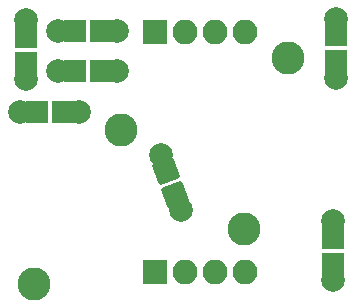
<source format=gbr>
%TF.GenerationSoftware,KiCad,Pcbnew,(6.0.11)*%
%TF.CreationDate,2023-03-05T11:31:22-06:00*%
%TF.ProjectId,SerialResonantFilter,53657269-616c-4526-9573-6f6e616e7446,rev?*%
%TF.SameCoordinates,Original*%
%TF.FileFunction,Soldermask,Top*%
%TF.FilePolarity,Negative*%
%FSLAX46Y46*%
G04 Gerber Fmt 4.6, Leading zero omitted, Abs format (unit mm)*
G04 Created by KiCad (PCBNEW (6.0.11)) date 2023-03-05 11:31:22*
%MOMM*%
%LPD*%
G01*
G04 APERTURE LIST*
G04 Aperture macros list*
%AMRoundRect*
0 Rectangle with rounded corners*
0 $1 Rounding radius*
0 $2 $3 $4 $5 $6 $7 $8 $9 X,Y pos of 4 corners*
0 Add a 4 corners polygon primitive as box body*
4,1,4,$2,$3,$4,$5,$6,$7,$8,$9,$2,$3,0*
0 Add four circle primitives for the rounded corners*
1,1,$1+$1,$2,$3*
1,1,$1+$1,$4,$5*
1,1,$1+$1,$6,$7*
1,1,$1+$1,$8,$9*
0 Add four rect primitives between the rounded corners*
20,1,$1+$1,$2,$3,$4,$5,0*
20,1,$1+$1,$4,$5,$6,$7,0*
20,1,$1+$1,$6,$7,$8,$9,0*
20,1,$1+$1,$8,$9,$2,$3,0*%
G04 Aperture macros list end*
%ADD10C,2.000000*%
%ADD11RoundRect,0.200000X-0.762000X0.762000X-0.762000X-0.762000X0.762000X-0.762000X0.762000X0.762000X0*%
%ADD12RoundRect,0.200000X0.762000X0.762000X-0.762000X0.762000X-0.762000X-0.762000X0.762000X-0.762000X0*%
%ADD13RoundRect,0.200000X-0.976665X0.455426X-0.455426X-0.976665X0.976665X-0.455426X0.455426X0.976665X0*%
%ADD14C,2.800000*%
%ADD15RoundRect,0.200000X0.850000X-0.850000X0.850000X0.850000X-0.850000X0.850000X-0.850000X-0.850000X0*%
%ADD16O,2.100000X2.100000*%
G04 APERTURE END LIST*
D10*
%TO.C,C1*%
X147940000Y-90330000D03*
D11*
X147940000Y-91730000D03*
D10*
X147940000Y-95330000D03*
D11*
X147940000Y-93930000D03*
%TD*%
D10*
%TO.C,C2*%
X129400000Y-91360000D03*
D12*
X128000000Y-91360000D03*
D10*
X124400000Y-91360000D03*
D12*
X125800000Y-91360000D03*
%TD*%
D10*
%TO.C,C3*%
X129420000Y-94720000D03*
D12*
X128020000Y-94720000D03*
D10*
X124420000Y-94720000D03*
D12*
X125820000Y-94720000D03*
%TD*%
D10*
%TO.C,C4*%
X121670000Y-90460000D03*
D11*
X121670000Y-91860000D03*
D10*
X121670000Y-95460000D03*
D11*
X121670000Y-94060000D03*
%TD*%
D10*
%TO.C,C5*%
X126200000Y-98180000D03*
D12*
X124800000Y-98180000D03*
D10*
X121200000Y-98180000D03*
D12*
X122600000Y-98180000D03*
%TD*%
D10*
%TO.C,C6*%
X147701000Y-107442000D03*
D11*
X147701000Y-108842000D03*
D10*
X147701000Y-112442000D03*
D11*
X147701000Y-111042000D03*
%TD*%
D13*
%TO.C,C7*%
X134327273Y-105236893D03*
D10*
X134806101Y-106552463D03*
D13*
X133574828Y-103169570D03*
D10*
X133096000Y-101854000D03*
%TD*%
D14*
%TO.C,L2*%
X143868600Y-93639452D03*
X140114472Y-108152326D03*
%TD*%
%TO.C,L3*%
X129720000Y-99739705D03*
X122337583Y-112786425D03*
%TD*%
D15*
%TO.C,J1*%
X132588000Y-111760000D03*
D16*
X135128000Y-111760000D03*
X137668000Y-111760000D03*
X140208000Y-111760000D03*
%TD*%
D15*
%TO.C,J2*%
X132588000Y-91440000D03*
D16*
X135128000Y-91440000D03*
X137668000Y-91440000D03*
X140208000Y-91440000D03*
%TD*%
M02*

</source>
